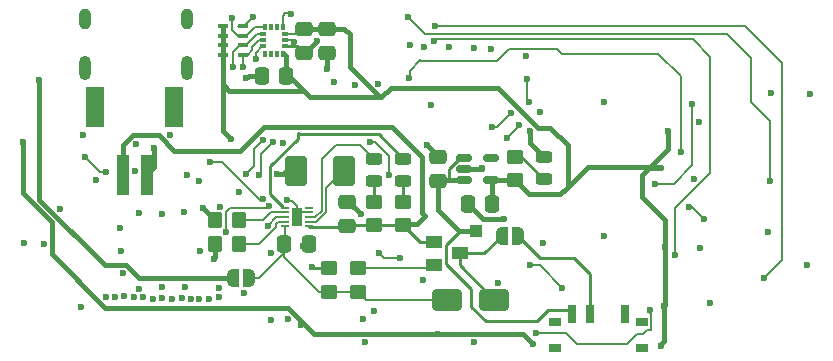
<source format=gbr>
%TF.GenerationSoftware,KiCad,Pcbnew,9.0.2*%
%TF.CreationDate,2025-11-18T20:52:18-03:00*%
%TF.ProjectId,Smart_insoles_2025_v1,536d6172-745f-4696-9e73-6f6c65735f32,rev?*%
%TF.SameCoordinates,Original*%
%TF.FileFunction,Copper,L4,Bot*%
%TF.FilePolarity,Positive*%
%FSLAX46Y46*%
G04 Gerber Fmt 4.6, Leading zero omitted, Abs format (unit mm)*
G04 Created by KiCad (PCBNEW 9.0.2) date 2025-11-18 20:52:18*
%MOMM*%
%LPD*%
G01*
G04 APERTURE LIST*
G04 Aperture macros list*
%AMRoundRect*
0 Rectangle with rounded corners*
0 $1 Rounding radius*
0 $2 $3 $4 $5 $6 $7 $8 $9 X,Y pos of 4 corners*
0 Add a 4 corners polygon primitive as box body*
4,1,4,$2,$3,$4,$5,$6,$7,$8,$9,$2,$3,0*
0 Add four circle primitives for the rounded corners*
1,1,$1+$1,$2,$3*
1,1,$1+$1,$4,$5*
1,1,$1+$1,$6,$7*
1,1,$1+$1,$8,$9*
0 Add four rect primitives between the rounded corners*
20,1,$1+$1,$2,$3,$4,$5,0*
20,1,$1+$1,$4,$5,$6,$7,0*
20,1,$1+$1,$6,$7,$8,$9,0*
20,1,$1+$1,$8,$9,$2,$3,0*%
%AMFreePoly0*
4,1,23,0.500000,-0.750000,0.000000,-0.750000,0.000000,-0.745722,-0.065263,-0.745722,-0.191342,-0.711940,-0.304381,-0.646677,-0.396677,-0.554381,-0.461940,-0.441342,-0.495722,-0.315263,-0.495722,-0.250000,-0.500000,-0.250000,-0.500000,0.250000,-0.495722,0.250000,-0.495722,0.315263,-0.461940,0.441342,-0.396677,0.554381,-0.304381,0.646677,-0.191342,0.711940,-0.065263,0.745722,0.000000,0.745722,
0.000000,0.750000,0.500000,0.750000,0.500000,-0.750000,0.500000,-0.750000,$1*%
%AMFreePoly1*
4,1,23,0.000000,0.745722,0.065263,0.745722,0.191342,0.711940,0.304381,0.646677,0.396677,0.554381,0.461940,0.441342,0.495722,0.315263,0.495722,0.250000,0.500000,0.250000,0.500000,-0.250000,0.495722,-0.250000,0.495722,-0.315263,0.461940,-0.441342,0.396677,-0.554381,0.304381,-0.646677,0.191342,-0.711940,0.065263,-0.745722,0.000000,-0.745722,0.000000,-0.750000,-0.500000,-0.750000,
-0.500000,0.750000,0.000000,0.750000,0.000000,0.745722,0.000000,0.745722,$1*%
G04 Aperture macros list end*
%TA.AperFunction,HeatsinkPad*%
%ADD10O,1.000000X2.100000*%
%TD*%
%TA.AperFunction,HeatsinkPad*%
%ADD11O,1.000000X1.800000*%
%TD*%
%TA.AperFunction,SMDPad,CuDef*%
%ADD12RoundRect,0.250000X0.337500X0.475000X-0.337500X0.475000X-0.337500X-0.475000X0.337500X-0.475000X0*%
%TD*%
%TA.AperFunction,SMDPad,CuDef*%
%ADD13RoundRect,0.250000X0.450000X-0.350000X0.450000X0.350000X-0.450000X0.350000X-0.450000X-0.350000X0*%
%TD*%
%TA.AperFunction,SMDPad,CuDef*%
%ADD14RoundRect,0.250000X0.350000X0.450000X-0.350000X0.450000X-0.350000X-0.450000X0.350000X-0.450000X0*%
%TD*%
%TA.AperFunction,SMDPad,CuDef*%
%ADD15RoundRect,0.250000X-0.475000X0.337500X-0.475000X-0.337500X0.475000X-0.337500X0.475000X0.337500X0*%
%TD*%
%TA.AperFunction,SMDPad,CuDef*%
%ADD16FreePoly0,0.000000*%
%TD*%
%TA.AperFunction,SMDPad,CuDef*%
%ADD17FreePoly1,0.000000*%
%TD*%
%TA.AperFunction,SMDPad,CuDef*%
%ADD18RoundRect,0.285750X0.666750X0.984250X-0.666750X0.984250X-0.666750X-0.984250X0.666750X-0.984250X0*%
%TD*%
%TA.AperFunction,SMDPad,CuDef*%
%ADD19RoundRect,0.250000X1.000000X0.650000X-1.000000X0.650000X-1.000000X-0.650000X1.000000X-0.650000X0*%
%TD*%
%TA.AperFunction,SMDPad,CuDef*%
%ADD20R,0.760000X0.220000*%
%TD*%
%TA.AperFunction,SMDPad,CuDef*%
%ADD21R,0.900000X1.500000*%
%TD*%
%TA.AperFunction,SMDPad,CuDef*%
%ADD22R,1.000000X1.000000*%
%TD*%
%TA.AperFunction,SMDPad,CuDef*%
%ADD23R,1.000000X0.800000*%
%TD*%
%TA.AperFunction,SMDPad,CuDef*%
%ADD24R,0.700000X1.500000*%
%TD*%
%TA.AperFunction,SMDPad,CuDef*%
%ADD25RoundRect,0.250000X-0.337500X-0.475000X0.337500X-0.475000X0.337500X0.475000X-0.337500X0.475000X0*%
%TD*%
%TA.AperFunction,SMDPad,CuDef*%
%ADD26R,0.900000X0.400000*%
%TD*%
%TA.AperFunction,SMDPad,CuDef*%
%ADD27RoundRect,0.243750X-0.456250X0.243750X-0.456250X-0.243750X0.456250X-0.243750X0.456250X0.243750X0*%
%TD*%
%TA.AperFunction,SMDPad,CuDef*%
%ADD28RoundRect,0.150000X-0.512500X-0.150000X0.512500X-0.150000X0.512500X0.150000X-0.512500X0.150000X0*%
%TD*%
%TA.AperFunction,SMDPad,CuDef*%
%ADD29R,1.000000X3.500000*%
%TD*%
%TA.AperFunction,SMDPad,CuDef*%
%ADD30R,1.500000X3.400000*%
%TD*%
%TA.AperFunction,SMDPad,CuDef*%
%ADD31R,1.400000X1.000000*%
%TD*%
%TA.AperFunction,SMDPad,CuDef*%
%ADD32R,0.350000X0.575000*%
%TD*%
%TA.AperFunction,SMDPad,CuDef*%
%ADD33R,0.575000X0.350000*%
%TD*%
%TA.AperFunction,ViaPad*%
%ADD34C,0.600000*%
%TD*%
%TA.AperFunction,Conductor*%
%ADD35C,0.200000*%
%TD*%
%TA.AperFunction,Conductor*%
%ADD36C,0.254000*%
%TD*%
%TA.AperFunction,Conductor*%
%ADD37C,0.381000*%
%TD*%
%TA.AperFunction,Conductor*%
%ADD38C,0.203200*%
%TD*%
%TA.AperFunction,Conductor*%
%ADD39C,0.152400*%
%TD*%
G04 APERTURE END LIST*
D10*
%TO.P,J2,S1,SHIELD*%
%TO.N,GND*%
X119970000Y-74680000D03*
D11*
X119970000Y-70500000D03*
D10*
X111330000Y-74680000D03*
D11*
X111330000Y-70500000D03*
%TD*%
D12*
%TO.P,C16,1*%
%TO.N,GND*%
X130250000Y-89600000D03*
%TO.P,C16,2*%
%TO.N,/Battery Circuit Options/IN*%
X128175000Y-89600000D03*
%TD*%
D13*
%TO.P,R25,1*%
%TO.N,/Battery Circuit Options/IN*%
X134425000Y-93600000D03*
%TO.P,R25,2*%
%TO.N,Net-(Q2-Pad1)*%
X134425000Y-91600000D03*
%TD*%
D14*
%TO.P,R13,1*%
%TO.N,/Battery Circuit Options/ISET*%
X124350000Y-89550000D03*
%TO.P,R13,2*%
%TO.N,GND*%
X122350000Y-89550000D03*
%TD*%
D15*
%TO.P,C15,1*%
%TO.N,+3V3*%
X129830000Y-71317500D03*
%TO.P,C15,2*%
%TO.N,GND*%
X129830000Y-73392500D03*
%TD*%
D16*
%TO.P,JP2,1,A*%
%TO.N,VBUS*%
X123850000Y-92450000D03*
D17*
%TO.P,JP2,2,B*%
%TO.N,/Battery Circuit Options/IN*%
X125150000Y-92450000D03*
%TD*%
D14*
%TO.P,R27,1*%
%TO.N,/Battery Circuit Options/PRETERM*%
X124350000Y-87550000D03*
%TO.P,R27,2*%
%TO.N,GND*%
X122350000Y-87550000D03*
%TD*%
D16*
%TO.P,JP1,1,A*%
%TO.N,Net-(D5-K)*%
X146625000Y-88850000D03*
D17*
%TO.P,JP1,2,B*%
%TO.N,Net-(JP1-B)*%
X147925000Y-88850000D03*
%TD*%
D18*
%TO.P,TH1,1*%
%TO.N,/Battery Circuit Options/TS*%
X133250000Y-83400000D03*
%TO.P,TH1,2*%
%TO.N,GND*%
X129186000Y-83400000D03*
%TD*%
D12*
%TO.P,C24,1*%
%TO.N,+3V3*%
X128330000Y-75317500D03*
%TO.P,C24,2*%
%TO.N,GND*%
X126255000Y-75317500D03*
%TD*%
D13*
%TO.P,R26,1*%
%TO.N,/Battery Circuit Options/IN*%
X131925000Y-93600000D03*
%TO.P,R26,2*%
%TO.N,GND*%
X131925000Y-91600000D03*
%TD*%
%TO.P,R28,1*%
%TO.N,+3V3*%
X147700000Y-84150000D03*
%TO.P,R28,2*%
%TO.N,Net-(D2-A)*%
X147700000Y-82150000D03*
%TD*%
D19*
%TO.P,D5,1,K*%
%TO.N,Net-(D5-K)*%
X145950000Y-94300000D03*
%TO.P,D5,2,A*%
%TO.N,/Battery Circuit Options/IN*%
X141950000Y-94300000D03*
%TD*%
D20*
%TO.P,U7,1,IN*%
%TO.N,/Battery Circuit Options/IN*%
X128280000Y-88075000D03*
%TO.P,U7,2,ISET*%
%TO.N,/Battery Circuit Options/ISET*%
X128280000Y-87675000D03*
%TO.P,U7,3,VSS*%
%TO.N,GND*%
X128280000Y-87275000D03*
%TO.P,U7,4,PRETERM*%
%TO.N,/Battery Circuit Options/PRETERM*%
X128280000Y-86875000D03*
%TO.P,U7,5,~{PG}*%
%TO.N,/Battery Circuit Options/~{PG}*%
X128280000Y-86475000D03*
%TO.P,U7,6*%
%TO.N,N/C*%
X130250000Y-86475000D03*
%TO.P,U7,7,ISET2*%
%TO.N,GND*%
X130250000Y-86875000D03*
%TO.P,U7,8,~{CHG}*%
%TO.N,/Battery Circuit Options/~{CHG}*%
X130250000Y-87275000D03*
%TO.P,U7,9,TS*%
%TO.N,/Battery Circuit Options/TS*%
X130250000Y-87675000D03*
%TO.P,U7,10,OUT*%
%TO.N,/Battery Circuit Options/VBat*%
X130250000Y-88075000D03*
D21*
%TO.P,U7,11,EXP*%
%TO.N,GND*%
X129265000Y-87275000D03*
%TD*%
D22*
%TO.P,TP4,1,1*%
%TO.N,Vsel*%
X144450000Y-88425000D03*
%TD*%
D23*
%TO.P,SW3,*%
%TO.N,*%
X158425000Y-98335000D03*
X158425000Y-96125000D03*
X151125000Y-98335000D03*
X151125000Y-96125000D03*
D24*
%TO.P,SW3,1,C*%
%TO.N,unconnected-(SW3-C-Pad1)*%
X157025000Y-95475000D03*
%TO.P,SW3,2,B*%
%TO.N,Net-(JP1-B)*%
X154025000Y-95475000D03*
%TO.P,SW3,3,A*%
%TO.N,Vsel*%
X152525000Y-95475000D03*
%TD*%
D25*
%TO.P,C23,1*%
%TO.N,GND*%
X143700000Y-86150000D03*
%TO.P,C23,2*%
%TO.N,+3V3*%
X145775000Y-86150000D03*
%TD*%
D26*
%TO.P,RN1,1,R1.1*%
%TO.N,CS*%
X124680000Y-71117500D03*
%TO.P,RN1,2,R2.1*%
%TO.N,SDO{slash}SA0*%
X124680000Y-71917500D03*
%TO.P,RN1,3,R3.1*%
%TO.N,SDA*%
X124680000Y-72717500D03*
%TO.P,RN1,4,R4.1*%
%TO.N,SCL*%
X124680000Y-73517500D03*
%TO.P,RN1,5,R4.2*%
%TO.N,+3V3*%
X122980000Y-73517500D03*
%TO.P,RN1,6,R3.2*%
X122980000Y-72717500D03*
%TO.P,RN1,7,R2.2*%
X122980000Y-71917500D03*
%TO.P,RN1,8,R1.2*%
X122980000Y-71117500D03*
%TD*%
D27*
%TO.P,D2,1,K*%
%TO.N,GND*%
X150200000Y-82212500D03*
%TO.P,D2,2,A*%
%TO.N,Net-(D2-A)*%
X150200000Y-84087500D03*
%TD*%
D28*
%TO.P,U1,1,V_{IN}*%
%TO.N,Vsel*%
X143425000Y-84150000D03*
%TO.P,U1,2,V_{SS}*%
%TO.N,GND*%
X143425000Y-83200000D03*
%TO.P,U1,3,CE*%
%TO.N,Vsel*%
X143425000Y-82250000D03*
%TO.P,U1,4,NC*%
%TO.N,unconnected-(U1-NC-Pad4)*%
X145700000Y-82250000D03*
%TO.P,U1,5,V_{OUT}*%
%TO.N,+3V3*%
X145700000Y-84150000D03*
%TD*%
D29*
%TO.P,J4,1,1*%
%TO.N,/Battery Circuit Options/VBat*%
X114525000Y-83712500D03*
%TO.P,J4,2,2*%
%TO.N,GND*%
X116525000Y-83712500D03*
D30*
%TO.P,J4,S1,SHIELD*%
%TO.N,unconnected-(J4-SHIELD-PadS1)*%
X112175000Y-77962500D03*
%TO.P,J4,S2,SHIELD__1*%
%TO.N,unconnected-(J4-SHIELD__1-PadS2)*%
X118875000Y-77962500D03*
%TD*%
D27*
%TO.P,D1,1,K*%
%TO.N,/Battery Circuit Options/~{CHG}*%
X135750000Y-82325000D03*
%TO.P,D1,2,A*%
%TO.N,/Battery Circuit Options/OUT_~{CHG}*%
X135750000Y-84200000D03*
%TD*%
D13*
%TO.P,R20,1*%
%TO.N,/Battery Circuit Options/VBat*%
X138250000Y-87975000D03*
%TO.P,R20,2*%
%TO.N,/Battery Circuit Options/OUT_~{PG}*%
X138250000Y-85975000D03*
%TD*%
D15*
%TO.P,C14,1*%
%TO.N,+3V3*%
X131830000Y-71317500D03*
%TO.P,C14,2*%
%TO.N,GND*%
X131830000Y-73392500D03*
%TD*%
D31*
%TO.P,Q2,1*%
%TO.N,Net-(Q2-Pad1)*%
X140825000Y-91300000D03*
%TO.P,Q2,2*%
%TO.N,/Battery Circuit Options/VBat*%
X140825000Y-89400000D03*
%TO.P,Q2,3*%
%TO.N,Net-(D5-K)*%
X143025000Y-90350000D03*
%TD*%
D15*
%TO.P,C19,1*%
%TO.N,GND*%
X133450000Y-86000000D03*
%TO.P,C19,2*%
%TO.N,/Battery Circuit Options/VBat*%
X133450000Y-88075000D03*
%TD*%
D27*
%TO.P,D3,1,K*%
%TO.N,/Battery Circuit Options/~{PG}*%
X138250000Y-82325000D03*
%TO.P,D3,2,A*%
%TO.N,/Battery Circuit Options/OUT_~{PG}*%
X138250000Y-84200000D03*
%TD*%
D32*
%TO.P,U3,1,SDO/SA0*%
%TO.N,SDO{slash}SA0*%
X126580000Y-71155000D03*
%TO.P,U3,2,SDX*%
%TO.N,SDX*%
X127080000Y-71155000D03*
%TO.P,U3,3,SCX*%
%TO.N,SCX*%
X127580000Y-71155000D03*
%TO.P,U3,4,INT1*%
%TO.N,INT*%
X128080000Y-71155000D03*
D33*
%TO.P,U3,5,VDDIO*%
%TO.N,+3V3*%
X128242500Y-71817500D03*
%TO.P,U3,6,GND*%
%TO.N,GND*%
X128242500Y-72317500D03*
%TO.P,U3,7,GND__1*%
X128242500Y-72817500D03*
D32*
%TO.P,U3,8,VDD*%
%TO.N,+3V3*%
X128080000Y-73480000D03*
%TO.P,U3,9,INT2*%
%TO.N,INT2*%
X127580000Y-73480000D03*
%TO.P,U3,10,NC*%
%TO.N,unconnected-(U3-NC-Pad10)*%
X127080000Y-73480000D03*
%TO.P,U3,11,NC__1*%
%TO.N,unconnected-(U3-NC__1-Pad11)*%
X126580000Y-73480000D03*
D33*
%TO.P,U3,12,CS*%
%TO.N,CS*%
X126417500Y-72817500D03*
%TO.P,U3,13,SCL*%
%TO.N,SCL*%
X126417500Y-72317500D03*
%TO.P,U3,14,SDA*%
%TO.N,SDA*%
X126417500Y-71817500D03*
%TD*%
D15*
%TO.P,C22,1*%
%TO.N,GND*%
X141200000Y-82150000D03*
%TO.P,C22,2*%
%TO.N,Vsel*%
X141200000Y-84225000D03*
%TD*%
D13*
%TO.P,R21,1*%
%TO.N,/Battery Circuit Options/VBat*%
X135750000Y-87975000D03*
%TO.P,R21,2*%
%TO.N,/Battery Circuit Options/OUT_~{CHG}*%
X135750000Y-85975000D03*
%TD*%
D34*
%TO.N,Net-(U5-IO9)*%
X111300000Y-82200000D03*
X113100000Y-83450000D03*
%TO.N,Net-(U5-EN)*%
X126908038Y-86323520D03*
X123216808Y-88550000D03*
%TO.N,/FSR_AnalogFE/FSR_IN*%
X137038465Y-83708465D03*
X135470000Y-80940000D03*
%TO.N,/FSR_AnalogFE/FSR_OUT_6*%
X168770000Y-92460000D03*
X140970000Y-71110000D03*
%TO.N,/FSR_AnalogFE/FSR_OUT_7*%
X138640000Y-70300000D03*
X169340000Y-84210000D03*
%TO.N,/FSR_AnalogFE/FSR_OUT_5*%
X161300000Y-90490000D03*
X140870000Y-72360000D03*
%TO.N,/FSR_AnalogFE/FSR_OUT_4*%
X161730000Y-81795963D03*
X138770000Y-75500000D03*
%TO.N,+3V3*%
X160037285Y-98202795D03*
X160700000Y-80000000D03*
X106090000Y-80960000D03*
X123670000Y-80660000D03*
X160350000Y-94800000D03*
X141190000Y-97200000D03*
X160100735Y-83100735D03*
X149250000Y-98000000D03*
X129590000Y-96450000D03*
X160400000Y-89850000D03*
%TO.N,GND*%
X140050000Y-72850000D03*
X117050000Y-94250000D03*
X127050000Y-90350000D03*
X149850000Y-78400000D03*
X128500000Y-95950000D03*
X115420000Y-94020000D03*
X169400000Y-76750000D03*
X140250000Y-81200000D03*
X115850000Y-93350000D03*
X119800000Y-93200000D03*
X150070000Y-89460000D03*
X129800000Y-89750000D03*
X134185504Y-76108698D03*
X114300000Y-88200000D03*
X128027646Y-80991357D03*
X136100000Y-76000000D03*
X139900000Y-92600000D03*
X144200000Y-97842047D03*
X121800000Y-94200000D03*
X117800000Y-87000000D03*
X140600000Y-77800000D03*
X116250000Y-94065000D03*
X155230000Y-88880000D03*
X115650000Y-81050000D03*
X117850000Y-94150000D03*
X109200000Y-86600000D03*
X111000000Y-94900000D03*
X107800000Y-89600000D03*
X122680000Y-94080000D03*
X138800000Y-72700000D03*
X118700000Y-94200000D03*
X164200000Y-94550000D03*
X122690000Y-93290000D03*
X145700000Y-73050000D03*
X130550000Y-91500000D03*
X119650000Y-86850000D03*
X115900000Y-86900000D03*
X144950000Y-83150000D03*
X144200000Y-73000000D03*
X113810000Y-94010000D03*
X119500000Y-94150000D03*
X134700000Y-87020000D03*
X130970000Y-72380000D03*
X127045573Y-96023885D03*
X132400000Y-75850000D03*
X172450000Y-91300000D03*
X111100000Y-80350000D03*
X121050000Y-90150000D03*
X163300000Y-79200000D03*
X114385000Y-90115000D03*
X117170000Y-81430000D03*
X169100000Y-88550000D03*
X114600000Y-93990000D03*
X135750000Y-95200000D03*
X127560000Y-83650000D03*
X131780000Y-74742500D03*
X126763142Y-88003142D03*
X121300000Y-86500000D03*
X146800000Y-87450000D03*
X114500000Y-92050000D03*
X117800000Y-93200000D03*
X122250000Y-90800000D03*
X148650000Y-73650000D03*
X120300000Y-94250000D03*
X121000000Y-94200000D03*
X124770000Y-93705000D03*
X162900000Y-84050000D03*
X163415637Y-89884363D03*
X142144265Y-72844265D03*
X106150000Y-89450000D03*
X113050000Y-94015000D03*
X122750000Y-86450000D03*
X129030000Y-72419100D03*
X146250000Y-92850000D03*
X134850000Y-95900000D03*
X118500000Y-80350000D03*
X135050000Y-97850000D03*
X124930000Y-75542500D03*
X172700000Y-76900000D03*
X121000000Y-84200000D03*
X155280000Y-77560000D03*
X124385000Y-85165000D03*
X112200000Y-84150000D03*
X149000000Y-80000000D03*
X128400000Y-85864998D03*
%TO.N,VBUS*%
X107440000Y-75700000D03*
%TO.N,CS*%
X125750000Y-73890000D03*
X125540000Y-70330000D03*
%TO.N,SDO{slash}SA0*%
X123780000Y-70390000D03*
%TO.N,SCL*%
X124720000Y-74530000D03*
%TO.N,SDA*%
X123820000Y-74540000D03*
%TO.N,I3*%
X159600000Y-84450000D03*
X162700000Y-77700000D03*
%TO.N,I0*%
X145750000Y-79650000D03*
X148900000Y-77500000D03*
X148900000Y-77500000D03*
X148900000Y-77500000D03*
X147350000Y-78450000D03*
X148750000Y-75600000D03*
%TO.N,S3*%
X126338258Y-80738258D03*
X124920000Y-83650000D03*
%TO.N,I7*%
X163700000Y-87450000D03*
X159120000Y-95150000D03*
X149450000Y-97100000D03*
X162450000Y-86450000D03*
%TO.N,I1*%
X147010000Y-80620000D03*
X148088182Y-79521818D03*
%TO.N,I5*%
X149000000Y-91360000D03*
X151720000Y-93280000D03*
%TO.N,S2*%
X127230000Y-80930000D03*
X126000000Y-83700000D03*
%TO.N,SIG*%
X126349000Y-85750000D03*
X137990000Y-90750000D03*
X121910000Y-82600000D03*
X136230000Y-90360000D03*
%TO.N,INT*%
X128720000Y-70100000D03*
%TO.N,IO8*%
X115524999Y-83376471D03*
%TO.N,IO10*%
X119950000Y-83700000D03*
%TD*%
D35*
%TO.N,Net-(U5-IO9)*%
X112550000Y-83450000D02*
X111300000Y-82200000D01*
X111250000Y-82200000D02*
X111200000Y-82150000D01*
X111300000Y-82200000D02*
X111250000Y-82200000D01*
X113100000Y-83450000D02*
X112550000Y-83450000D01*
%TO.N,Net-(U5-EN)*%
X123251000Y-88515808D02*
X123216808Y-88550000D01*
X123566840Y-86549000D02*
X123251000Y-86864840D01*
X123251000Y-86864840D02*
X123251000Y-88515808D01*
X126682558Y-86549000D02*
X123566840Y-86549000D01*
X126908038Y-86323520D02*
X126682558Y-86549000D01*
D36*
%TO.N,Net-(D2-A)*%
X148262500Y-82150000D02*
X150200000Y-84087500D01*
X147700000Y-82150000D02*
X148262500Y-82150000D01*
D35*
%TO.N,/FSR_AnalogFE/FSR_IN*%
X135842146Y-80940000D02*
X137020000Y-82117854D01*
X137020000Y-83320000D02*
X137020000Y-83690000D01*
X135470000Y-80940000D02*
X135842146Y-80940000D01*
X137020000Y-82117854D02*
X137020000Y-83320000D01*
X137020000Y-83690000D02*
X137038465Y-83708465D01*
%TO.N,/FSR_AnalogFE/FSR_OUT_6*%
X168770000Y-92460000D02*
X170280000Y-90950000D01*
X167190000Y-71110000D02*
X140970000Y-71110000D01*
X170280000Y-74200000D02*
X167190000Y-71110000D01*
X170280000Y-90950000D02*
X170280000Y-74200000D01*
%TO.N,/FSR_AnalogFE/FSR_OUT_7*%
X140100000Y-71760000D02*
X138640000Y-70300000D01*
X169340000Y-79150000D02*
X167700000Y-77510000D01*
X167700000Y-77510000D02*
X167700000Y-73820000D01*
X169340000Y-84210000D02*
X169340000Y-79150000D01*
X165640000Y-71760000D02*
X140100000Y-71760000D01*
X167700000Y-73820000D02*
X165640000Y-71760000D01*
%TO.N,/FSR_AnalogFE/FSR_OUT_5*%
X163139000Y-84651000D02*
X163148943Y-84651000D01*
X161300000Y-86490000D02*
X163139000Y-84651000D01*
X162760000Y-72220000D02*
X140870000Y-72220000D01*
X163148943Y-84651000D02*
X163501000Y-84298943D01*
X163501000Y-84298943D02*
X163501000Y-84289000D01*
X161300000Y-90490000D02*
X161300000Y-86490000D01*
X163501000Y-84289000D02*
X164260000Y-83530000D01*
X164260000Y-83530000D02*
X164260000Y-73720000D01*
X140870000Y-72220000D02*
X140870000Y-72360000D01*
X164260000Y-73720000D02*
X162760000Y-72220000D01*
%TO.N,/FSR_AnalogFE/FSR_OUT_4*%
X151239000Y-73049000D02*
X151680000Y-73490000D01*
X139720000Y-74070000D02*
X146210000Y-74070000D01*
X147231000Y-73049000D02*
X151239000Y-73049000D01*
X146210000Y-74070000D02*
X147231000Y-73049000D01*
X151680000Y-73490000D02*
X159850000Y-73490000D01*
X138790000Y-75480000D02*
X138790000Y-74880000D01*
X161730000Y-75370000D02*
X161730000Y-81795963D01*
X139660000Y-74010000D02*
X139720000Y-74070000D01*
X138790000Y-74880000D02*
X139660000Y-74010000D01*
X138770000Y-75500000D02*
X138790000Y-75480000D01*
X159850000Y-73490000D02*
X161730000Y-75370000D01*
D36*
%TO.N,Net-(JP1-B)*%
X154025000Y-92075000D02*
X154025000Y-95475000D01*
X147925000Y-88850000D02*
X149825000Y-90750000D01*
X152700000Y-90750000D02*
X154025000Y-92075000D01*
X149825000Y-90750000D02*
X152700000Y-90750000D01*
%TO.N,/Battery Circuit Options/~{PG}*%
X126932000Y-83910127D02*
X126980000Y-83958127D01*
X138250000Y-82325000D02*
X136175000Y-80250000D01*
X126980000Y-83341873D02*
X126932000Y-83389873D01*
X126932000Y-83389873D02*
X126932000Y-83910127D01*
X129400000Y-80250000D02*
X129300000Y-80150000D01*
X129300000Y-80150000D02*
X129300000Y-80670000D01*
X136175000Y-80250000D02*
X129400000Y-80250000D01*
X128057000Y-86437000D02*
X128083875Y-86437000D01*
X126980000Y-83958127D02*
X126980000Y-85360000D01*
X126980000Y-82990000D02*
X126980000Y-83341873D01*
X129300000Y-80670000D02*
X126980000Y-82990000D01*
X126980000Y-85360000D02*
X128057000Y-86437000D01*
D37*
%TO.N,+3V3*%
X131830000Y-71317500D02*
X133255000Y-71317500D01*
X129810000Y-76590000D02*
X123520000Y-76590000D01*
X141190000Y-97200000D02*
X141148500Y-97158500D01*
X158450000Y-85600000D02*
X160150000Y-87300000D01*
X128469429Y-94941500D02*
X112998571Y-94941500D01*
X108491500Y-87692501D02*
X106070000Y-85271001D01*
X151550000Y-85350000D02*
X152079600Y-84820400D01*
X160700000Y-81500000D02*
X159099265Y-83100735D01*
X160350000Y-94800000D02*
X160350000Y-97750000D01*
X147700000Y-84150000D02*
X145700000Y-84150000D01*
X128537500Y-75317500D02*
X129810000Y-76590000D01*
X152200000Y-84700000D02*
X152200000Y-81200000D01*
D38*
X129330000Y-71817500D02*
X129830000Y-71317500D01*
D37*
X145775000Y-86150000D02*
X145775000Y-84225000D01*
X138313400Y-76330000D02*
X137220000Y-76330000D01*
X160400000Y-87550000D02*
X160400000Y-90800000D01*
X128330000Y-75317500D02*
X128330000Y-73663500D01*
X108491500Y-90434429D02*
X108491500Y-87692501D01*
X160400000Y-90800000D02*
X160400000Y-94750000D01*
X133730000Y-74607929D02*
X136272071Y-77150000D01*
X158450000Y-83750000D02*
X158450000Y-84000000D01*
X141148500Y-97158500D02*
X130686429Y-97158500D01*
X122980000Y-76050000D02*
X122980000Y-73517500D01*
X106070000Y-85271001D02*
X106070000Y-80980000D01*
X122980000Y-79970000D02*
X122980000Y-76050000D01*
X160350000Y-97750000D02*
X160037285Y-98062715D01*
X159099265Y-83100735D02*
X158450000Y-83750000D01*
X148900000Y-85350000D02*
X151550000Y-85350000D01*
X128330000Y-75317500D02*
X128596500Y-75584000D01*
X152200000Y-81200000D02*
X150713571Y-79713571D01*
X148400547Y-97150547D02*
X141239453Y-97150547D01*
X149250000Y-98000000D02*
X148400547Y-97150547D01*
X136272071Y-77150000D02*
X136400000Y-77150000D01*
X133255000Y-71317500D02*
X133730000Y-71792500D01*
X130370000Y-77150000D02*
X136272071Y-77150000D01*
X137220000Y-76330000D02*
X136400000Y-77150000D01*
X130686429Y-97158500D02*
X128469429Y-94941500D01*
X112998571Y-94941500D02*
X108491500Y-90434429D01*
X147700000Y-84150000D02*
X148900000Y-85350000D01*
X160700000Y-80000000D02*
X160700000Y-81500000D01*
X133730000Y-71792500D02*
X133730000Y-74607929D01*
X152079600Y-84820400D02*
X153900000Y-83000000D01*
X141239453Y-97150547D02*
X141190000Y-97200000D01*
D38*
X128242500Y-71817500D02*
X129330000Y-71817500D01*
D37*
X128330000Y-73663500D02*
X128146500Y-73480000D01*
X123520000Y-76590000D02*
X122980000Y-76050000D01*
X122980000Y-73517500D02*
X122980000Y-71117500D01*
X152079600Y-84820400D02*
X152200000Y-84700000D01*
X129810000Y-76590000D02*
X130370000Y-77150000D01*
X146307929Y-76330000D02*
X138313400Y-76330000D01*
X160037285Y-98062715D02*
X160037285Y-98202795D01*
X145775000Y-84225000D02*
X145700000Y-84150000D01*
X160150000Y-87300000D02*
X160400000Y-87550000D01*
X160000000Y-83000000D02*
X160100735Y-83100735D01*
X160100735Y-83100735D02*
X159099265Y-83100735D01*
X158450000Y-84000000D02*
X158450000Y-85600000D01*
X129830000Y-71317500D02*
X131830000Y-71317500D01*
X150713571Y-79713571D02*
X149691500Y-79713571D01*
X123670000Y-80660000D02*
X122980000Y-79970000D01*
X153900000Y-83000000D02*
X160000000Y-83000000D01*
X149691500Y-79713571D02*
X146307929Y-76330000D01*
X128330000Y-75317500D02*
X128537500Y-75317500D01*
D39*
%TO.N,/Battery Circuit Options/~{CHG}*%
X130794616Y-87275000D02*
X131346600Y-86723016D01*
X131346600Y-86723016D02*
X131346600Y-82353400D01*
X131346600Y-82353400D02*
X132550000Y-81150000D01*
X130250000Y-87275000D02*
X130794616Y-87275000D01*
X134575000Y-81150000D02*
X135750000Y-82325000D01*
X132550000Y-81150000D02*
X134575000Y-81150000D01*
D37*
%TO.N,/Battery Circuit Options/VBat*%
X139400000Y-87850000D02*
X138375000Y-87850000D01*
X117530571Y-80358500D02*
X118872071Y-81700000D01*
X139850000Y-86900000D02*
X140100000Y-87150000D01*
X114525000Y-83712500D02*
X114525000Y-81197071D01*
D36*
X138250000Y-87975000D02*
X135750000Y-87975000D01*
X139675000Y-89400000D02*
X138250000Y-87975000D01*
X135750000Y-87975000D02*
X133550000Y-87975000D01*
X133450000Y-88075000D02*
X133412000Y-88113000D01*
D37*
X137281500Y-79631500D02*
X139850000Y-82200000D01*
X124400000Y-81700000D02*
X126468500Y-79631500D01*
X139850000Y-82200000D02*
X139850000Y-86900000D01*
D36*
X133412000Y-88113000D02*
X130250000Y-88113000D01*
X140825000Y-89400000D02*
X139675000Y-89400000D01*
D37*
X126468500Y-79631500D02*
X137281500Y-79631500D01*
X114525000Y-81197071D02*
X115363571Y-80358500D01*
X138375000Y-87850000D02*
X138250000Y-87975000D01*
X140100000Y-87150000D02*
X139400000Y-87850000D01*
D36*
X133550000Y-87975000D02*
X133450000Y-88075000D01*
D37*
X118872071Y-81700000D02*
X124400000Y-81700000D01*
X115363571Y-80358500D02*
X117530571Y-80358500D01*
D39*
%TO.N,GND*%
X130250000Y-86875000D02*
X129665000Y-86875000D01*
D36*
X129255000Y-72817500D02*
X129830000Y-73392500D01*
D37*
X130970000Y-72380000D02*
X129957500Y-73392500D01*
D39*
X129265000Y-87275000D02*
X129265000Y-86372600D01*
D37*
X131830000Y-73392500D02*
X131830000Y-74692500D01*
D39*
X129665000Y-86875000D02*
X129265000Y-87275000D01*
D37*
X128100000Y-83650000D02*
X128350000Y-83400000D01*
D36*
X131925000Y-91600000D02*
X130650000Y-91600000D01*
D37*
X128350000Y-83400000D02*
X129186000Y-83400000D01*
D39*
X128842400Y-85950000D02*
X128550000Y-85950000D01*
D37*
X122350000Y-90700000D02*
X122250000Y-90800000D01*
X122350000Y-89550000D02*
X122350000Y-90700000D01*
D39*
X129265000Y-86372600D02*
X128842400Y-85950000D01*
D37*
X122350000Y-87550000D02*
X121300000Y-86500000D01*
X129957500Y-73392500D02*
X129830000Y-73392500D01*
X140250000Y-81200000D02*
X141200000Y-82150000D01*
D38*
X128242500Y-72317500D02*
X129005000Y-72317500D01*
D37*
X131830000Y-74692500D02*
X131780000Y-74742500D01*
X133450000Y-86000000D02*
X133600000Y-86000000D01*
X143700000Y-86150000D02*
X145000000Y-87450000D01*
D39*
X126763142Y-88001728D02*
X127489870Y-87275000D01*
D37*
X117170000Y-83067500D02*
X116525000Y-83712500D01*
D39*
X128550000Y-85950000D02*
X128485002Y-85950000D01*
D36*
X130650000Y-91600000D02*
X130550000Y-91500000D01*
D39*
X126763142Y-88003142D02*
X126763142Y-88001728D01*
D38*
X129005000Y-72317500D02*
X129030000Y-72292500D01*
D37*
X143425000Y-83200000D02*
X144900000Y-83200000D01*
D39*
X127489870Y-87275000D02*
X128280000Y-87275000D01*
D37*
X117170000Y-81430000D02*
X117170000Y-83067500D01*
X150200000Y-82212500D02*
X149000000Y-81012500D01*
X127560000Y-83650000D02*
X128100000Y-83650000D01*
X125155000Y-75317500D02*
X124930000Y-75542500D01*
X145000000Y-87450000D02*
X146800000Y-87450000D01*
X134570000Y-86970000D02*
X134620000Y-87020000D01*
X144900000Y-83200000D02*
X144950000Y-83150000D01*
D38*
X129030000Y-72292500D02*
X129030000Y-72419100D01*
D37*
X126255000Y-75317500D02*
X125155000Y-75317500D01*
D39*
X128485002Y-85950000D02*
X128400000Y-85864998D01*
D36*
X128242500Y-72817500D02*
X129255000Y-72817500D01*
D37*
X133600000Y-86000000D02*
X134570000Y-86970000D01*
X149000000Y-81012500D02*
X149000000Y-80000000D01*
X134620000Y-87020000D02*
X134700000Y-87020000D01*
D36*
%TO.N,/Battery Circuit Options/OUT_~{PG}*%
X138250000Y-84200000D02*
X138250000Y-85975000D01*
%TO.N,/Battery Circuit Options/OUT_~{CHG}*%
X135750000Y-84200000D02*
X135750000Y-85975000D01*
%TO.N,Net-(D5-K)*%
X143025000Y-91375000D02*
X143025000Y-90350000D01*
X145125000Y-90350000D02*
X146625000Y-88850000D01*
X143025000Y-90350000D02*
X145125000Y-90350000D01*
X145950000Y-94300000D02*
X143025000Y-91375000D01*
D37*
%TO.N,VBUS*%
X115877929Y-92450000D02*
X114786429Y-91358500D01*
X112980571Y-91358500D02*
X107440000Y-85817929D01*
X114786429Y-91358500D02*
X112980571Y-91358500D01*
X123850000Y-92450000D02*
X115877929Y-92450000D01*
X107440000Y-85817929D02*
X107440000Y-75700000D01*
D39*
%TO.N,Net-(Q2-Pad1)*%
X140525000Y-91600000D02*
X140825000Y-91300000D01*
X134425000Y-91600000D02*
X140525000Y-91600000D01*
%TO.N,/Battery Circuit Options/ISET*%
X127635600Y-87675000D02*
X127484635Y-87825965D01*
X126031155Y-89550000D02*
X124350000Y-89550000D01*
X127484635Y-87825965D02*
X127484635Y-88096520D01*
X127484635Y-88096520D02*
X126031155Y-89550000D01*
X128280000Y-87675000D02*
X127635600Y-87675000D01*
%TO.N,/Battery Circuit Options/PRETERM*%
X127075000Y-86875000D02*
X128280000Y-86875000D01*
X124350000Y-87550000D02*
X126400000Y-87550000D01*
X126400000Y-87550000D02*
X127075000Y-86875000D01*
%TO.N,CS*%
X126305000Y-72817500D02*
X126417500Y-72817500D01*
X125750000Y-73372500D02*
X126305000Y-72817500D01*
X125750000Y-73890000D02*
X125750000Y-73372500D01*
X124752500Y-71117500D02*
X125540000Y-70330000D01*
X124680000Y-71117500D02*
X124752500Y-71117500D01*
X124680000Y-71117500D02*
X124232200Y-71117500D01*
%TO.N,SDO{slash}SA0*%
X124680000Y-71917500D02*
X124955000Y-71917500D01*
X124680000Y-71917500D02*
X124275600Y-71917500D01*
X124275600Y-71917500D02*
X123780000Y-71421900D01*
X123780000Y-71421900D02*
X123780000Y-70390000D01*
X124955000Y-71917500D02*
X125717500Y-71155000D01*
X125717500Y-71155000D02*
X126580000Y-71155000D01*
%TO.N,SCL*%
X124680000Y-73517500D02*
X125084400Y-73517500D01*
X125480000Y-73121900D02*
X125480000Y-72892500D01*
X124720000Y-74440000D02*
X124720000Y-74530000D01*
X125084400Y-73517500D02*
X125480000Y-73121900D01*
X124680000Y-73517500D02*
X124680000Y-74400000D01*
X124690000Y-74410000D02*
X124720000Y-74440000D01*
X125480000Y-72892500D02*
X126055000Y-72317500D01*
X124680000Y-74400000D02*
X124690000Y-74410000D01*
X126055000Y-72317500D02*
X126417500Y-72317500D01*
%TO.N,SDA*%
X124680000Y-72717500D02*
X124430000Y-72717500D01*
X124430000Y-72717500D02*
X123820000Y-73327500D01*
X123820000Y-73327500D02*
X123820000Y-74540000D01*
X125855000Y-71817500D02*
X126417500Y-71817500D01*
X124680000Y-72717500D02*
X124955000Y-72717500D01*
X124955000Y-72717500D02*
X125855000Y-71817500D01*
%TO.N,/Battery Circuit Options/TS*%
X130894400Y-87675000D02*
X131700000Y-86869400D01*
X133150000Y-83400000D02*
X133250000Y-83400000D01*
X130250000Y-87675000D02*
X130894400Y-87675000D01*
X131700000Y-84850000D02*
X133150000Y-83400000D01*
X131700000Y-86869400D02*
X131700000Y-84850000D01*
D35*
%TO.N,I3*%
X162700000Y-82910000D02*
X161160000Y-84450000D01*
X162700000Y-77700000D02*
X162700000Y-82910000D01*
X161160000Y-84450000D02*
X159600000Y-84450000D01*
%TO.N,I0*%
X145750000Y-79650000D02*
X146150000Y-79650000D01*
X146150000Y-79650000D02*
X147350000Y-78450000D01*
X148700000Y-75650000D02*
X148750000Y-75600000D01*
X148700000Y-77300000D02*
X148700000Y-75650000D01*
X148900000Y-77500000D02*
X148700000Y-77300000D01*
%TO.N,S3*%
X125590000Y-82980000D02*
X125590000Y-81486516D01*
X124920000Y-83650000D02*
X125590000Y-82980000D01*
X125590000Y-81486516D02*
X126338258Y-80738258D01*
%TO.N,I7*%
X159120000Y-95424000D02*
X159226000Y-95424000D01*
X159226000Y-96826000D02*
X158924000Y-96826000D01*
X162700000Y-86450000D02*
X162450000Y-86450000D01*
X152007215Y-97100000D02*
X149450000Y-97100000D01*
X163700000Y-87450000D02*
X162700000Y-86450000D01*
X159226000Y-95424000D02*
X159226000Y-96826000D01*
X159120000Y-95150000D02*
X159120000Y-95424000D01*
X157222000Y-98036000D02*
X152943215Y-98036000D01*
X152943215Y-98036000D02*
X152007215Y-97100000D01*
X158924000Y-96826000D02*
X158550000Y-97200000D01*
X158550000Y-97200000D02*
X158058000Y-97200000D01*
X158058000Y-97200000D02*
X157222000Y-98036000D01*
%TO.N,I1*%
X147010000Y-80620000D02*
X148060000Y-79570000D01*
X148060000Y-79550000D02*
X148088182Y-79521818D01*
X148060000Y-79570000D02*
X148060000Y-79550000D01*
%TO.N,I5*%
X149000000Y-91360000D02*
X149800000Y-91360000D01*
X149800000Y-91360000D02*
X151720000Y-93280000D01*
%TO.N,S2*%
X126000000Y-83700000D02*
X126000000Y-83850000D01*
X126000000Y-83850000D02*
X125990000Y-83860000D01*
X126190000Y-81970000D02*
X126190000Y-83510000D01*
X126190000Y-83510000D02*
X126000000Y-83700000D01*
X127230000Y-80930000D02*
X126190000Y-81970000D01*
%TO.N,SIG*%
X126180000Y-85900000D02*
X122880000Y-82600000D01*
X126349000Y-85750000D02*
X126199000Y-85900000D01*
X122880000Y-82600000D02*
X121910000Y-82600000D01*
X126199000Y-85900000D02*
X126180000Y-85900000D01*
X137990000Y-90750000D02*
X136620000Y-90750000D01*
X136620000Y-90750000D02*
X136230000Y-90360000D01*
%TO.N,INT*%
X128080000Y-70260000D02*
X128080000Y-71155000D01*
X128720000Y-70100000D02*
X128620000Y-70000000D01*
X128620000Y-70000000D02*
X128180000Y-70000000D01*
X128180000Y-70160000D02*
X128080000Y-70260000D01*
X128180000Y-70000000D02*
X128180000Y-70160000D01*
D39*
%TO.N,/Battery Circuit Options/IN*%
X126050000Y-92450000D02*
X125150000Y-92450000D01*
X128280000Y-88075000D02*
X128280000Y-89495000D01*
D35*
X141950000Y-94300000D02*
X135125000Y-94300000D01*
X135125000Y-94300000D02*
X134425000Y-93600000D01*
D39*
X128280000Y-89495000D02*
X128175000Y-89600000D01*
D35*
X131925000Y-93600000D02*
X131150000Y-93600000D01*
D39*
X128175000Y-90325000D02*
X126050000Y-92450000D01*
D35*
X134425000Y-93600000D02*
X131925000Y-93600000D01*
D39*
X128175000Y-89600000D02*
X128175000Y-90325000D01*
D35*
X131150000Y-93600000D02*
X128175000Y-90625000D01*
X128175000Y-90625000D02*
X128175000Y-89600000D01*
D37*
%TO.N,Vsel*%
X141275000Y-84150000D02*
X141200000Y-84225000D01*
D36*
X152525000Y-95475000D02*
X152200000Y-95150000D01*
D37*
X143425000Y-84150000D02*
X142113000Y-84150000D01*
D36*
X143425000Y-82250000D02*
X143032350Y-82250000D01*
X143094000Y-88425000D02*
X144450000Y-88425000D01*
X144000000Y-94872000D02*
X144000000Y-93350000D01*
D37*
X141200000Y-84225000D02*
X141200000Y-86650000D01*
X142113000Y-84150000D02*
X141275000Y-84150000D01*
D36*
X145228000Y-96100000D02*
X144000000Y-94872000D01*
X143032350Y-82250000D02*
X142113000Y-83169350D01*
X141900000Y-89619000D02*
X143094000Y-88425000D01*
X150544000Y-95150000D02*
X149594000Y-96100000D01*
X141900000Y-91250000D02*
X141900000Y-89619000D01*
X149594000Y-96100000D02*
X145228000Y-96100000D01*
X142113000Y-83169350D02*
X142113000Y-84150000D01*
X144000000Y-93350000D02*
X141900000Y-91250000D01*
X152200000Y-95150000D02*
X150544000Y-95150000D01*
D37*
X141200000Y-86650000D02*
X142975000Y-88425000D01*
X142975000Y-88425000D02*
X144450000Y-88425000D01*
%TD*%
M02*

</source>
